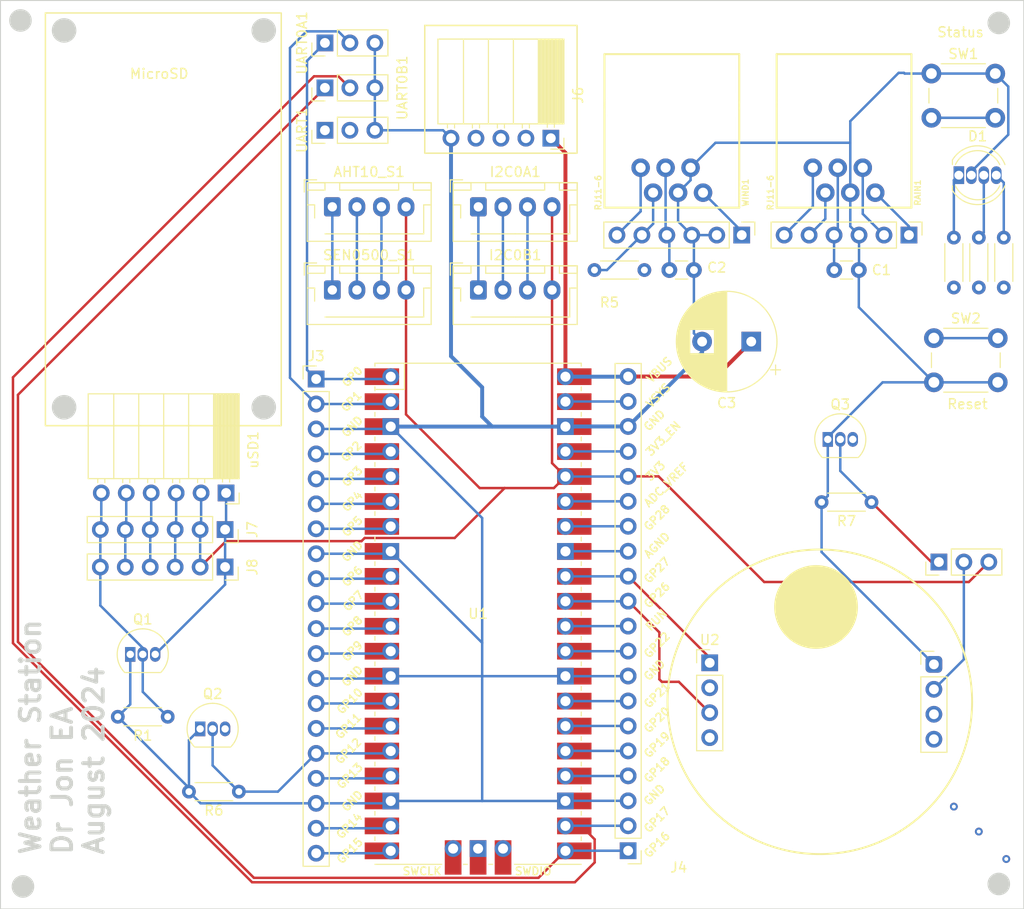
<source format=kicad_pcb>
(kicad_pcb (version 20240108) (generator "pcbnew") (generator_version "8.0")
  (layers (0 "F.Cu" signal) (1 "In1.Cu" signal) (2 "In2.Cu" signal) (31 "B.Cu" signal) (34 "B.Paste" user) (35 "F.Paste" user) (36 "B.SilkS" user "B.Silkscreen") (37 "F.SilkS" user "F.Silkscreen") (38 "B.Mask" user) (39 "F.Mask" user) (44 "Edge.Cuts" user))
  (net 0 "")
  (net 1 "Net-(J1-Pin_2)")
  (net 2 "Net-(J1-Pin_6)")
  (net 3 "Net-(J1-Pin_1)")
  (net 4 "/RAIN")
  (net 5 "Net-(J1-Pin_5)")
  (net 6 "Net-(J2-Pin_1)")
  (net 7 "/WIND_ANE")
  (net 8 "Net-(D1-RA)")
  (net 9 "Net-(D1-BA)")
  (net 10 "Net-(J2-Pin_6)")
  (net 11 "GND")
  (net 12 "Net-(D1-GA)")
  (net 13 "/WIND_VAD")
  (net 14 "+5V")
  (net 15 "/SD_MOSI")
  (net 16 "/SD_MISO")
  (net 17 "Net-(I2C0A1-GND)")
  (net 18 "Net-(J3-Pin_14)")
  (net 19 "/UART0A_TX")
  (net 20 "/SD_CS")
  (net 21 "/UART0A_RX")
  (net 22 "/SD_SCK")
  (net 23 "Net-(J3-Pin_9)")
  (net 25 "/WIND_VAP")
  (net 26 "/UART1_RX")
  (net 27 "Net-(J3-Pin_10)")
  (net 28 "Net-(J3-Pin_15)")
  (net 30 "/UART1_TX")
  (net 31 "/SCL0")
  (net 32 "/SCL1")
  (net 33 "/RTC_INT")
  (net 34 "/UART0B_RX")
  (net 35 "Net-(J4-Pin_19)")
  (net 36 "Net-(J4-Pin_15)")
  (net 37 "/UART0B_TX")
  (net 38 "/RTC_BAT")
  (net 39 "/I2C0_CTR")
  (net 41 "Net-(J4-Pin_17)")
  (net 42 "/RST")
  (net 43 "/SDA1")
  (net 44 "/SDA0")
  (net 45 "Net-(J4-Pin_13)")
  (net 46 "/SD_GND")
  (net 47 "/SNR_GND")
  (net 48 "/SNR_CTR")
  (net 51 "+3V3")
  (net 52 "Net-(J5-Pin_2)")
  (footprint "Capacitor_THT:C_Disc_D3.0mm_W1.6mm_P2.50mm" (layer "F.Cu") (at 185.44 67.818)
    (property "Reference" "C1")
    (property "Value" "0.1uF")
  )
  (footprint "JonLib:ChronoDotV2" (layer "F.Cu") (at 183.9688 111.762)
    (property "Reference" "U2")
    (property "Value" "ChronoDot2.0")
  )
  (footprint "Connector_PinHeader_2.54mm:PinHeader_1x06_P2.54mm_Vertical" (layer "F.Cu") (at 193.04 64.262 -90)
    (property "Reference" "J1" (hide yes))
    (property "Value" "Conn_01x06_Male" (hide yes))
  )
  (footprint "Resistor_THT:R_Axial_DIN0204_L3.6mm_D1.6mm_P5.08mm_Horizontal" (layer "F.Cu") (at 202.692 64.516 -90)
    (property "Reference" "R4" (hide yes))
    (property "Value" "100R" (hide yes))
  )
  (footprint "Resistor_THT:R_Axial_DIN0204_L3.6mm_D1.6mm_P5.08mm_Horizontal" (layer "F.Cu") (at 200.152 64.516 -90)
    (property "Reference" "R3" (hide yes))
    (property "Value" "100R" (hide yes))
  )
  (footprint "Button_Switch_THT:SW_PUSH_6mm" (layer "F.Cu") (at 195.58 74.748)
    (property "Reference" "SW2")
    (property "Value" "SW_SPST")
  )
  (footprint "Package_TO_SOT_THT:TO-92_Inline" (layer "F.Cu") (at 184.782 85.052)
    (property "Reference" "Q3")
    (property "Value" "2N7000")
  )
  (footprint "Connector_PinHeader_2.54mm:PinHeader_1x03_P2.54mm_Vertical" (layer "F.Cu") (at 133.604 49.276 90)
    (property "Reference" "UART0B1")
    (property "Value" "Conn_01x03_Pin" (hide yes))
  )
  (footprint "Package_TO_SOT_THT:TO-92_Inline" (layer "F.Cu") (at 113.792 106.934)
    (property "Reference" "Q1")
    (property "Value" "2N7000")
  )
  (footprint "Connector_PinHeader_2.54mm:PinHeader_1x20_P2.54mm_Vertical" (layer "F.Cu") (at 164.462 126.918 180)
    (property "Reference" "J4")
    (property "Value" "Conn_01x20_Pin" (hide yes))
  )
  (footprint "Connector_JST:JST_XH_B4B-XH-AM_1x04_P2.50mm_Vertical" (layer "F.Cu") (at 149.218 69.85)
    (property "Reference" "I2C0B1")
    (property "Value" "Conn_01x04_Socket" (hide yes))
  )
  (footprint "Connector_PinHeader_2.54mm:PinHeader_1x03_P2.54mm_Vertical" (layer "F.Cu") (at 133.604 53.594 90)
    (property "Reference" "UART1")
    (property "Value" "Conn_01x03_Pin" (hide yes))
  )
  (footprint "SparkFunConnectors:RJ11-6" (layer "F.Cu") (at 186.436 51.054 180)
    (property "Reference" "RAIN1")
    (property "Value" "RJ11-6")
  )
  (footprint "Connector_PinHeader_2.54mm:PinHeader_1x03_P2.54mm_Vertical" (layer "F.Cu") (at 196.088 97.536 90)
    (property "Reference" "J5" (hide yes))
    (property "Value" "Conn_01x03_Pin" (hide yes))
  )
  (footprint "Button_Switch_THT:SW_PUSH_6mm" (layer "F.Cu") (at 195.326 47.824)
    (property "Reference" "SW1")
    (property "Value" "SW_SPST" (hide yes))
  )
  (footprint "Package_TO_SOT_THT:TO-92_Inline" (layer "F.Cu") (at 120.904 114.516)
    (property "Reference" "Q2")
    (property "Value" "2N7000")
  )
  (footprint "MCU_RaspberryPi_and_Boards:RPi_Pico_SMD_TH" (layer "F.Cu") (at 149.191 102.803)
    (property "Reference" "U1")
    (property "Value" "Pico")
  )
  (footprint "Connector_PinSocket_2.54mm:PinSocket_1x06_P2.54mm_Vertical" (layer "F.Cu") (at 123.444 98.044 -90)
    (property "Reference" "J8")
    (property "Value" "Conn_01x06_Pin" (hide yes))
  )
  (footprint "Resistor_THT:R_Axial_DIN0204_L3.6mm_D1.6mm_P5.08mm_Horizontal" (layer "F.Cu") (at 161.036 67.818)
    (property "Reference" "R5")
    (property "Value" "4.65K")
  )
  (footprint "Connector_PinHeader_2.54mm:PinHeader_1x03_P2.54mm_Vertical" (layer "F.Cu") (at 133.604 44.704 90)
    (property "Reference" "UART0A1")
    (property "Value" "Conn_01x03_Pin" (hide yes))
  )
  (footprint "Connector_PinHeader_2.54mm:PinHeader_1x20_P2.54mm_Vertical" (layer "F.Cu") (at 132.712 78.912)
    (property "Reference" "J3")
    (property "Value" "Conn_01x20_Pin")
  )
  (footprint "Resistor_THT:R_Axial_DIN0204_L3.6mm_D1.6mm_P5.08mm_Horizontal" (layer "F.Cu") (at 124.844 120.904 180)
    (property "Reference" "R6")
    (property "Value" "100K")
  )
  (footprint "Connector_PinSocket_2.54mm:PinSocket_1x06_P2.54mm_Vertical" (layer "F.Cu") (at 123.444 94.234 -90)
    (property "Reference" "J7")
    (property "Value" "Conn_01x06_Pin" (hide yes))
  )
  (footprint "Capacitor_THT:C_Disc_D3.0mm_W1.6mm_P2.50mm" (layer "F.Cu") (at 168.656 67.818)
    (property "Reference" "C2")
    (property "Value" "0.1uF")
  )
  (footprint "LED_THT:LED_D5.0mm-4_RGB" (layer "F.Cu") (at 198.12 58.166)
    (property "Reference" "D1")
    (property "Value" "LED_RKGB")
  )
  (footprint "Connector_JST:JST_XH_B4B-XH-AM_1x04_P2.50mm_Vertical" (layer "F.Cu") (at 134.356 61.386)
    (property "Reference" "AHT10_S1")
    (property "Value" "Conn_01x04_Socket" (hide yes))
  )
  (footprint "Connector_PinSocket_2.54mm:PinSocket_1x05_P2.54mm_Horizontal" (layer "F.Cu") (at 156.594 54.402 -90)
    (property "Reference" "J6")
    (property "Value" "Conn_01x05_Socket" (hide yes))
  )
  (footprint "SparkFunConnectors:RJ11-6" (layer "F.Cu") (at 168.91 51.054 180)
    (property "Reference" "WIND1")
    (property "Value" "RJ11-6")
  )
  (footprint "Resistor_THT:R_Axial_DIN0204_L3.6mm_D1.6mm_P5.08mm_Horizontal" (layer "F.Cu") (at 117.602 113.284 180)
    (property "Reference" "R1")
    (property "Value" "100K")
  )
  (footprint "Resistor_THT:R_Axial_DIN0204_L3.6mm_D1.6mm_P5.08mm_Horizontal" (layer "F.Cu") (at 189.23 91.44 180)
    (property "Reference" "R7")
    (property "Value" "100K")
  )
  (footprint "Connector_JST:JST_XH_B4B-XH-AM_1x04_P2.50mm_Vertical" (layer "F.Cu") (at 134.356 69.85)
    (property "Reference" "SEN0500_S1")
    (property "Value" "Conn_01x04_Socket" (hide yes))
  )
  (footprint "Connector_JST:JST_XH_B4B-XH-AM_1x04_P2.50mm_Vertical" (layer "F.Cu") (at 149.218 61.386)
    (property "Reference" "I2C0A1")
    (property "Value" "Conn_01x04_Socket" (hide yes))
  )
  (footprint "Connector_PinHeader_2.54mm:PinHeader_1x06_P2.54mm_Vertical" (layer "F.Cu") (at 176.022 64.262 -90)
    (property "Reference" "J2" (hide yes))
    (property "Value" "Conn_01x06_Male" (hide yes))
  )
  (footprint "Capacitor_THT:CP_Radial_D10.0mm_P5.00mm" (layer "F.Cu") (at 176.989677 75.102 180)
    (property "Reference" "C3")
    (property "Value" "C_Polarized")
  )
  (footprint "Connector_PinSocket_2.54mm:PinSocket_1x06_P2.54mm_Horizontal" (layer "F.Cu") (at 123.543 90.506 -90)
    (property "Reference" "uSD1")
    (property "Value" "Conn_01x06_Socket" (hide yes))
  )
  (footprint "Resistor_THT:R_Axial_DIN0204_L3.6mm_D1.6mm_P5.08mm_Horizontal" (layer "F.Cu") (at 197.612 64.516 -90)
    (property "Reference" "R2" (hide yes))
    (property "Value" "100R" (hide yes))
  )
  (gr_rect (start 105.156 41.656) (end 129.156 83.656) (stroke (width 0.15)) (fill none) (layer "F.SilkS"))
  (gr_rect (start 143.764 42.926) (end 159.264 55.926) (stroke (width 0.15)) (fill none) (layer "F.SilkS"))
  (gr_circle (center 102.616 42.418) (end 103.716 42.418) (stroke (width 0.1)) (fill solid) (layer "Edge.Cuts"))
  (gr_circle (center 202.184 42.672) (end 203.284 42.672) (stroke (width 0.1)) (fill solid) (layer "Edge.Cuts"))
  (gr_rect (start 100.584 40.386) (end 204.724 132.842) (stroke (width 0.1)) (fill none) (layer "Edge.Cuts"))
  (gr_circle (center 202.184 130.302) (end 203.284 130.302) (stroke (width 0.1)) (fill solid) (layer "Edge.Cuts"))
  (gr_circle (center 127.378 81.788) (end 127.378 82.988) (stroke (width 0.1)) (fill solid) (layer "Edge.Cuts"))
  (gr_circle (center 107.058 43.434) (end 107.058 44.634) (stroke (width 0.1)) (fill solid) (layer "Edge.Cuts"))
  (gr_circle (center 127.378 43.434) (end 127.378 44.634) (stroke (width 0.1)) (fill solid) (layer "Edge.Cuts"))
  (gr_circle (center 102.87 130.556) (end 103.97 130.556) (stroke (width 0.1)) (fill solid) (layer "Edge.Cuts"))
  (gr_circle (center 107.058 81.788) (end 107.058 82.988) (stroke (width 0.1)) (fill solid) (layer "Edge.Cuts"))
  (gr_text "MicroSD" (at 113.662 48.432 0) (layer "F.SilkS") (effects (font (size 1 1)) (justify left bottom)))
  (gr_text "Reset" (at 196.85 82.042 0) (layer "F.SilkS") (effects (font (size 1 1)) (justify left bottom)))
  (gr_text "Status" (at 195.834 44.196 0) (layer "F.SilkS") (effects (font (size 1 1)) (justify left bottom)))
  (gr_text "Weather Station\nDr Jon EA\nAugust 2024" (at 111.252 127.508 90) (layer "Edge.Cuts") (effects (font (size 2 2) (thickness 0.4) (bold yes)) (justify left bottom)))
  (segment (start 188.341 62.103) (end 190.5 64.262) (width 0.25) (layer "B.Cu") (net 1))
  (segment (start 188.341 57.404) (end 188.341 62.103) (width 0.25) (layer "B.Cu") (net 1))
  (segment (start 183.261 61.341) (end 180.34 64.262) (width 0.25) (layer "B.Cu") (net 2))
  (segment (start 183.261 57.404) (end 183.261 61.341) (width 0.25) (layer "B.Cu") (net 2))
  (segment (start 189.611 59.944) (end 193.04 63.373) (width 0.25) (layer "B.Cu") (net 3))
  (segment (start 193.04 63.373) (end 193.04 64.262) (width 0.25) (layer "B.Cu") (net 3))
  (segment (start 185.42 67.798) (end 185.44 67.818) (width 0.25) (layer "B.Cu") (net 4))
  (segment (start 140.062 127.172) (end 140.301 126.933) (width 0.25) (layer "B.Cu") (net 4))
  (segment (start 185.42 64.262) (end 185.42 67.798) (width 0.25) (layer "B.Cu") (net 4))
  (segment (start 185.801 63.881) (end 185.42 64.262) (width 0.25) (layer "B.Cu") (net 4))
  (segment (start 132.712 127.172) (end 140.062 127.172) (width 0.25) (layer "B.Cu") (net 4))
  (segment (start 185.801 57.404) (end 185.801 63.881) (width 0.25) (layer "B.Cu") (net 4))
  (segment (start 184.531 62.611) (end 182.88 64.262) (width 0.25) (layer "B.Cu") (net 5))
  (segment (start 184.531 59.944) (end 184.531 62.611) (width 0.25) (layer "B.Cu") (net 5))
  (segment (start 176.022 63.881) (end 176.022 64.262) (width 0.25) (layer "B.Cu") (net 6))
  (segment (start 172.085 59.944) (end 176.022 63.881) (width 0.25) (layer "B.Cu") (net 6))
  (segment (start 140.062 119.552) (end 140.301 119.313) (width 0.25) (layer "B.Cu") (net 7))
  (segment (start 132.712 119.552) (end 140.062 119.552) (width 0.25) (layer "B.Cu") (net 7))
  (segment (start 168.656 67.818) (end 168.656 64.516) (width 0.25) (layer "B.Cu") (net 7))
  (segment (start 168.275 57.404) (end 168.275 64.135) (width 0.25) (layer "B.Cu") (net 7))
  (segment (start 168.275 64.135) (end 168.402 64.262) (width 0.25) (layer "B.Cu") (net 7))
  (segment (start 168.656 64.516) (end 168.402 64.262) (width 0.25) (layer "B.Cu") (net 7))
  (segment (start 197.612 58.674) (end 198.12 58.166) (width 0.25) (layer "B.Cu") (net 8))
  (segment (start 197.612 64.516) (end 197.612 58.674) (width 0.25) (layer "B.Cu") (net 8))
  (segment (start 202.692 64.516) (end 202.692 58.928) (width 0.25) (layer "B.Cu") (net 9))
  (segment (start 202.692 58.928) (end 201.93 58.166) (width 0.25) (layer "B.Cu") (net 9))
  (segment (start 165.735 61.849) (end 163.322 64.262) (width 0.25) (layer "B.Cu") (net 10))
  (segment (start 165.735 57.404) (end 165.735 61.849) (width 0.25) (layer "B.Cu") (net 10))
  (segment (start 132.712 96.692) (end 140.062 96.692) (width 0.25) (layer "B.Cu") (net 11))
  (segment (start 132.712 83.992) (end 140.062 83.992) (width 0.25) (layer "B.Cu") (net 11))
  (segment (start 140.062 83.992) (end 140.301 83.753) (width 0.25) (layer "B.Cu") (net 11))
  (segment (start 171.156 67.818) (end 171.156 64.476) (width 0.25) (layer "B.Cu") (net 11))
  (segment (start 192.604 47.824) (end 195.326 47.824) (width 0.25) (layer "B.Cu") (net 11))
  (segment (start 203.151 54.04) (end 203.151 49.149) (width 0.25) (layer "B.Cu") (net 11))
  (segment (start 169.545 62.865) (end 170.942 64.262) (width 0.25) (layer "B.Cu") (net 11))
  (segment (start 119.764 120.904) (end 120.952 122.092) (width 0.25) (layer "B.Cu") (net 11))
  (segment (start 187.96 64.262) (end 187.96 67.798) (width 0.25) (layer "B.Cu") (net 11))
  (segment (start 140.301 83.753) (end 150.622 83.753) (width 0.4) (layer "B.Cu") (net 11))
  (segment (start 187.071 59.944) (end 187.071 63.373) (width 0.25) (layer "B.Cu") (net 11))
  (segment (start 164.462 83.738) (end 171.989677 76.210323) (width 0.4) (layer "B.Cu") (net 11))
  (segment (start 119.764 115.656) (end 120.904 114.516) (width 0.25) (layer "B.Cu") (net 11))
  (segment (start 158.081 109.153) (end 164.447 109.153) (width 0.25) (layer "B.Cu") (net 11))
  (segment (start 195.58 79.248) (end 202.08 79.248) (width 0.25) (layer "B.Cu") (net 11))
  (segment (start 150.622 83.753) (end 158.989 83.753) (width 0.4) (layer "B.Cu") (net 11))
  (segment (start 170.942 64.262) (end 173.482 64.262) (width 0.25) (layer "B.Cu") (net 11))
  (segment (start 171.989677 76.210323) (end 171.989677 75.102) (width 0.4) (layer "B.Cu") (net 11))
  (segment (start 170.815 57.404) (end 173.355 54.864) (width 0.25) (layer "B.Cu") (net 11))
  (segment (start 140.301 96.453) (end 149.606 105.758) (width 0.25) (layer "B.Cu") (net 11))
  (segment (start 184.782 84.827) (end 184.782 85.052) (width 0.25) (layer "B.Cu") (net 11))
  (segment (start 146.434 76.584) (end 149.606 79.756) (width 0.4) (layer "B.Cu") (net 11))
  (segment (start 158.096 121.838) (end 164.462 121.838) (width 0.25) (layer "B.Cu") (net 11))
  (segment (start 140.062 96.692) (end 140.301 96.453) (width 0.25) (layer "B.Cu") (net 11))
  (segment (start 169.545 59.944) (end 170.815 58.674) (width 0.25) (layer "B.Cu") (net 11))
  (segment (start 192.532 47.752) (end 192.604 47.824) (width 0.25) (layer "B.Cu") (net 11))
  (segment (start 113.792 106.934) (end 113.792 112.014) (width 0.25) (layer "B.Cu") (net 11))
  (segment (start 187.071 52.669724) (end 191.988724 47.752) (width 0.25) (layer "B.Cu") (net 11))
  (segment (start 138.684 53.594) (end 145.626 53.594) (width 0.25) (layer "B.Cu") (net 11))
  (segment (start 138.684 44.704) (end 138.684 53.594) (width 0.25) (layer "B.Cu") (net 11))
  (segment (start 187.071 54.864) (end 187.071 52.669724) (width 0.25) (layer "B.Cu") (net 11))
  (segment (start 149.606 105.758) (end 149.606 121.853) (width 0.25) (layer "B.Cu") (net 11))
  (segment (start 184.782 85.052) (end 184.782 90.808) (width 0.25) (layer "B.Cu") (net 11))
  (segment (start 170.815 58.674) (end 170.815 57.404) (width 0.25) (layer "B.Cu") (net 11))
  (segment (start 159.004 83.738) (end 164.462 83.738) (width 0.4) (layer "B.Cu") (net 11))
  (segment (start 140.062 122.092) (end 140.301 121.853) (width 0.25) (layer "B.Cu") (net 11))
  (segment (start 149.606 79.756) (end 149.606 82.737) (width 0.4) (layer "B.Cu") (net 11))
  (segment (start 199.39 57.801) (end 203.151 54.04) (width 0.25) (layer "B.Cu") (net 11))
  (segment (start 140.301 109.153) (end 158.081 109.153) (width 0.25) (layer "B.Cu") (net 11))
  (segment (start 195.326 47.824) (end 201.826 47.824) (width 0.25) (layer "B.Cu") (net 11))
  (segment (start 145.626 53.594) (end 146.434 54.402) (width 0.25) (layer "B.Cu") (net 11))
  (segment (start 187.071 59.944) (end 187.071 54.864) (width 0.25) (layer "B.Cu") (net 11))
  (segment (start 184.15 96.52) (end 195.58 107.95) (width 0.25) (layer "B.Cu") (net 11))
  (segment (start 191.988724 47.752) (end 192.532 47.752) (width 0.25) (layer "B.Cu") (net 11))
  (segment (start 187.96 67.798) (end 187.94 67.818) (width 0.25) (layer "B.Cu") (net 11))
  (segment (start 187.071 63.373) (end 187.96 64.262) (width 0.25) (layer "B.Cu") (net 11))
  (segment (start 149.606 121.853) (end 140.301 121.853) (width 0.25) (layer "B.Cu") (net 11))
  (segment (start 113.792 112.014) (end 112.522 113.284) (width 0.25) (layer "B.Cu") (net 11))
  (segment (start 199.39 58.166) (end 199.39 57.801) (width 0.25) (layer "B.Cu") (net 11))
  (segment (start 140.301 83.753) (end 149.606 93.058) (width 0.25) (layer "B.Cu") (net 11))
  (segment (start 171.156 74.268323) (end 171.989677 75.102) (width 0.25) (layer "B.Cu") (net 11))
  (segment (start 120.952 122.092) (end 132.712 122.092) (width 0.25) (layer "B.Cu") (net 11))
  (segment (start 195.58 79.248) (end 187.94 71.608) (width 0.25) (layer "B.Cu") (net 11))
  (segment (start 173.355 54.864) (end 187.071 54.864) (width 0.25) (layer "B.Cu") (net 11))
  (segment (start 187.94 71.608) (end 187.94 67.818) (width 0.25) (layer "B.Cu") (net 11))
  (segment (start 171.156 67.818) (end 171.156 74.268323) (width 0.25) (layer "B.Cu") (net 11))
  (segment (start 203.151 49.149) (end 201.826 47.824) (width 0.25) (layer "B.Cu") (net 11))
  (segment (start 171.156 64.476) (end 170.942 64.262) (width 0.25) (layer "B.Cu") (net 11))
  (segment (start 158.989 83.753) (end 159.004 83.738) (width 0.25) (layer "B.Cu") (net 11))
  (segment (start 149.606 82.737) (end 150.622 83.753) (width 0.4) (layer "B.Cu") (net 11))
  (segment (start 190.361 79.248) (end 184.782 84.827) (width 0.25) (layer "B.Cu") (net 11))
  (segment (start 158.081 121.853) (end 149.606 121.853) (width 0.25) (layer "B.Cu") (net 11))
  (segment (start 119.764 120.526) (end 119.764 120.904) (width 0.25) (layer "B.Cu") (net 11))
  (segment (start 119.764 120.904) (end 119.764 115.656) (width 0.25) (layer "B.Cu") (net 11))
  (segment (start 132.712 109.392) (end 140.062 109.392) (width 0.25) (layer "B.Cu") (net 11))
  (segment (start 184.15 91.44) (end 184.15 96.52) (width 0.25) (layer "B.Cu") (net 11))
  (segment (start 158.081 121.853) (end 158.096 121.838) (width 0.25) (layer "B.Cu") (net 11))
  (segment (start 146.434 54.402) (end 146.434 76.584) (width 0.4) (layer "B.Cu") (net 11))
  (segment (start 140.062 109.392) (end 140.301 109.153) (width 0.25) (layer "B.Cu") (net 11))
  (segment (start 195.58 79.248) (end 190.361 79.248) (width 0.25) (layer "B.Cu") (net 11))
  (segment (start 149.606 93.058) (end 149.606 105.758) (width 0.25) (layer "B.Cu") (net 11))
  (segment (start 169.545 59.944) (end 169.545 62.865) (width 0.25) (layer "B.Cu") (net 11))
  (segment (start 164.447 109.153) (end 164.462 109.138) (width 0.25) (layer "B.Cu") (net 11))
  (segment (start 184.782 90.808) (end 184.15 91.44) (width 0.25) (layer "B.Cu") (net 11))
  (segment (start 112.522 113.284) (end 119.764 120.526) (width 0.25) (layer "B.Cu") (net 11))
  (segment (start 132.712 122.092) (end 140.062 122.092) (width 0.25) (layer "B.Cu") (net 11))
  (segment (start 200.66 64.008) (end 200.66 58.166) (width 0.25) (layer "B.Cu") (net 12))
  (segment (start 200.152 64.516) (end 200.66 64.008) (width 0.25) (layer "B.Cu") (net 12))
  (segment (start 162.306 67.818) (end 161.036 67.818) (width 0.25) (layer "B.Cu") (net 13))
  (segment (start 158.081 93.913) (end 158.096 93.898) (width 0.25) (layer "B.Cu") (net 13))
  (segment (start 158.096 93.898) (end 164.462 93.898) (width 0.25) (layer "B.Cu") (net 13))
  (segment (start 167.005 59.944) (end 167.005 63.119) (width 0.25) (layer "B.Cu") (net 13))
  (segment (start 167.005 63.119) (end 165.862 64.262) (width 0.25) (layer "B.Cu") (net 13))
  (segment (start 165.862 64.262) (end 162.306 67.818) (width 0.25) (layer "B.Cu") (net 13))
  (segment (start 156.594 54.402) (end 158.081 55.889) (width 0.4) (layer "F.Cu") (net 14))
  (segment (start 173.433677 78.658) (end 176.989677 75.102) (width 0.4) (layer "F.Cu") (net 14))
  (segment (start 158.081 55.889) (end 158.081 78.673) (width 0.4) (layer "F.Cu") (net 14))
  (segment (start 164.462 78.658) (end 173.433677 78.658) (width 0.4) (layer "F.Cu") (net 14))
  (segment (start 164.447 78.673) (end 164.462 78.658) (width 0.25) (layer "B.Cu") (net 14))
  (segment (start 158.081 78.673) (end 164.447 78.673) (width 0.4) (layer "B.Cu") (net 14))
  (segment (start 132.712 89.072) (end 140.062 89.072) (width 0.25) (layer "B.Cu") (net 15))
  (segment (start 115.824 98.044) (end 115.824 94.234) (width 0.25) (layer "B.Cu") (net 15))
  (segment (start 115.923 90.506) (end 115.923 94.135) (width 0.25) (layer "B.Cu") (net 15))
  (segment (start 140.062 89.072) (end 140.301 88.833) (width 0.25) (layer "B.Cu") (net 15))
  (segment (start 115.923 94.135) (end 115.824 94.234) (width 0.25) (layer "B.Cu") (net 15))
  (segment (start 118.463 94.135) (end 118.364 94.234) (width 0.25) (layer "B.Cu") (net 16))
  (segment (start 132.712 91.612) (end 140.062 91.612) (width 0.25) (layer "B.Cu") (net 16))
  (segment (start 140.062 91.612) (end 140.301 91.373) (width 0.25) (layer "B.Cu") (net 16))
  (segment (start 118.463 90.506) (end 118.463 94.135) (width 0.25) (layer "B.Cu") (net 16))
  (segment (start 118.364 98.044) (end 118.364 94.234) (width 0.25) (layer "B.Cu") (net 16))
  (segment (start 154.218 61.386) (end 154.218 69.85) (width 0.25) (layer "B.Cu") (net 17))
  (via (at 200.152 124.968) (size 0.8) (drill 0.4) (layers "F.Cu" "B.Cu") (net 18))
  (segment (start 132.712 111.932) (end 140.062 111.932) (width 0.25) (layer "B.Cu") (net 18))
  (segment (start 140.062 111.932) (end 140.301 111.693) (width 0.25) (layer "B.Cu") (net 18))
  (segment (start 131.781 77.981) (end 131.781 46.527) (width 0.25) (layer "B.Cu") (net 19))
  (segment (start 132.712 78.912) (end 140.062 78.912) (width 0.25) (layer "B.Cu") (net 19))
  (segment (start 132.712 78.912) (end 131.781 77.981) (width 0.25) (layer "B.Cu") (net 19))
  (segment (start 131.781 46.527) (end 133.604 44.704) (width 0.25) (layer "B.Cu") (net 19))
  (segment (start 140.062 78.912) (end 140.301 78.673) (width 0.25) (layer "B.Cu") (net 19))
  (segment (start 110.843 94.135) (end 110.744 94.234) (width 0.25) (layer "B.Cu") (net 20))
  (segment (start 115.062 106.934) (end 115.062 106.279) (width 0.25) (layer "B.Cu") (net 20))
  (segment (start 140.062 94.152) (end 140.301 93.913) (width 0.25) (layer "B.Cu") (net 20))
  (segment (start 115.062 106.279) (end 110.744 101.961) (width 0.25) (layer "B.Cu") (net 20))
  (segment (start 110.843 90.506) (end 110.843 94.135) (width 0.25) (layer "B.Cu") (net 20))
  (segment (start 132.712 94.152) (end 140.062 94.152) (width 0.25) (layer "B.Cu") (net 20))
  (segment (start 115.062 106.934) (end 115.062 110.744) (width 0.25) (layer "B.Cu") (net 20))
  (segment (start 110.744 101.961) (end 110.744 98.044) (width 0.25) (layer "B.Cu") (net 20))
  (segment (start 115.062 110.744) (end 117.602 113.284) (width 0.25) (layer "B.Cu") (net 20))
  (segment (start 110.744 98.044) (end 110.744 94.234) (width 0.25) (layer "B.Cu") (net 20))
  (segment (start 131.731 43.529) (end 134.969 43.529) (width 0.25) (layer "B.Cu") (net 21))
  (segment (start 134.969 43.529) (end 136.144 44.704) (width 0.25) (layer "B.Cu") (net 21))
  (segment (start 132.712 81.452) (end 130.048 78.788) (width 0.25) (layer "B.Cu") (net 21))
  (segment (start 130.048 78.788) (end 130.048 45.212) (width 0.25) (layer "B.Cu") (net 21))
  (segment (start 130.048 45.212) (end 131.731 43.529) (width 0.25) (layer "B.Cu") (net 21))
  (segment (start 140.062 81.452) (end 140.301 81.213) (width 0.25) (layer "B.Cu") (net 21))
  (segment (start 132.712 81.452) (end 140.062 81.452) (width 0.25) (layer "B.Cu") (net 21))
  (segment (start 132.712 86.532) (end 140.062 86.532) (width 0.25) (layer "B.Cu") (net 22))
  (segment (start 140.062 86.532) (end 140.301 86.293) (width 0.25) (layer "B.Cu") (net 22))
  (segment (start 113.284 98.044) (end 113.284 94.234) (width 0.25) (layer "B.Cu") (net 22))
  (segment (start 113.383 94.135) (end 113.284 94.234) (width 0.25) (layer "B.Cu") (net 22))
  (segment (start 113.383 90.506) (end 113.383 94.135) (width 0.25) (layer "B.Cu") (net 22))
  (segment (start 140.062 99.232) (end 140.301 98.993) (width 0.25) (layer "B.Cu") (net 23))
  (segment (start 132.712 99.232) (end 140.062 99.232) (width 0.25) (layer "B.Cu") (net 23))
  (segment (start 195.326 52.324) (end 201.826 52.324) (width 0.25) (layer "B.Cu") (net 23))
  (segment (start 132.712 124.632) (end 140.062 124.632) (width 0.25) (layer "B.Cu") (net 25))
  (segment (start 140.062 124.632) (end 140.301 124.393) (width 0.25) (layer "B.Cu") (net 25))
  (segment (start 140.062 106.852) (end 140.301 106.613) (width 0.25) (layer "B.Cu") (net 26))
  (segment (start 132.712 106.852) (end 140.062 106.852) (width 0.25) (layer "B.Cu") (net 26))
  (via (at 197.612 122.428) (size 0.8) (drill 0.4) (layers "F.Cu" "B.Cu") (net 27))
  (segment (start 132.712 101.772) (end 140.062 101.772) (width 0.25) (layer "B.Cu") (net 27))
  (segment (start 140.062 101.772) (end 140.301 101.533) (width 0.25) (layer "B.Cu") (net 27))
  (via (at 202.946 127.762) (size 0.8) (drill 0.4) (layers "F.Cu" "B.Cu") (net 28))
  (segment (start 140.062 114.472) (end 140.301 114.233) (width 0.25) (layer "B.Cu") (net 28))
  (segment (start 132.712 114.472) (end 140.062 114.472) (width 0.25) (layer "B.Cu") (net 28))
  (segment (start 132.712 104.312) (end 140.062 104.312) (width 0.25) (layer "B.Cu") (net 30))
  (segment (start 140.062 104.312) (end 140.301 104.073) (width 0.25) (layer "B.Cu") (net 30))
  (segment (start 158.081 111.693) (end 164.447 111.693) (width 0.25) (layer "B.Cu") (net 31))
  (segment (start 151.718 61.386) (end 151.718 69.85) (width 0.25) (layer "B.Cu") (net 31))
  (segment (start 164.447 111.693) (end 164.462 111.678) (width 0.25) (layer "B.Cu") (net 31))
  (segment (start 136.856 61.386) (end 136.856 69.85) (width 0.25) (layer "B.Cu") (net 32))
  (segment (start 158.081 116.773) (end 158.096 116.758) (width 0.25) (layer "B.Cu") (net 32))
  (segment (start 158.096 116.758) (end 164.462 116.758) (width 0.25) (layer "B.Cu") (net 32))
  (segment (start 169.6216 109.728) (end 172.764 112.8704) (width 0.25) (layer "F.Cu") (net 33))
  (segment (start 167.894 109.728) (end 169.6216 109.728) (width 0.25) (layer "F.Cu") (net 33))
  (segment (start 167.64 109.474) (end 167.894 109.728) (width 0.25) (layer "F.Cu") (net 33))
  (segment (start 167.64 104.696) (end 167.64 109.474) (width 0.25) (layer "F.Cu") (net 33))
  (segment (start 164.462 101.518) (end 167.64 104.696) (width 0.25) (layer "F.Cu") (net 33))
  (segment (start 164.447 101.533) (end 164.462 101.518) (width 0.25) (layer "B.Cu") (net 33))
  (segment (start 158.081 101.533) (end 164.447 101.533) (width 0.25) (layer "B.Cu") (net 33))
  (segment (start 126.189604 130.128) (end 101.854 105.792396) (width 0.25) (layer "F.Cu") (net 34))
  (segment (start 159.691 124.393) (end 161.056 125.758) (width 0.25) (layer "F.Cu") (net 34))
  (segment (start 161.056 125.758) (end 161.056 128.108) (width 0.25) (layer "F.Cu") (net 34))
  (segment (start 101.854 78.74) (end 132.493 48.101) (width 0.25) (layer "F.Cu") (net 34))
  (segment (start 159.036 130.128) (end 126.189604 130.128) (width 0.25) (layer "F.Cu") (net 34))
  (segment (start 134.969 48.101) (end 136.144 49.276) (width 0.25) (layer "F.Cu") (net 34))
  (segment (start 158.081 124.393) (end 159.691 124.393) (width 0.25) (layer "F.Cu") (net 34))
  (segment (start 161.056 128.108) (end 159.036 130.128) (width 0.25) (layer "F.Cu") (net 34))
  (segment (start 132.493 48.101) (end 134.969 48.101) (width 0.25) (layer "F.Cu") (net 34))
  (segment (start 101.854 105.792396) (end 101.854 78.74) (width 0.25) (layer "F.Cu") (net 34))
  (segment (start 158.096 124.378) (end 164.462 124.378) (width 0.25) (layer "B.Cu") (net 34))
  (segment (start 158.081 124.393) (end 158.096 124.378) (width 0.25) (layer "B.Cu") (net 34))
  (segment (start 158.081 81.213) (end 158.096 81.198) (width 0.25) (layer "B.Cu") (net 35))
  (segment (start 158.096 81.198) (end 164.462 81.198) (width 0.25) (layer "B.Cu") (net 35))
  (segment (start 158.096 91.358) (end 164.462 91.358) (width 0.25) (layer "B.Cu") (net 36))
  (segment (start 158.081 91.373) (end 158.096 91.358) (width 0.25) (layer "B.Cu") (net 36))
  (segment (start 102.362 105.664) (end 126.376 129.678) (width 0.25) (layer "F.Cu") (net 37))
  (segment (start 133.604 49.276) (end 102.362 80.518) (width 0.25) (layer "F.Cu") (net 37))
  (segment (start 155.336 129.678) (end 158.081 126.933) (width 0.25) (layer "F.Cu") (net 37))
  (segment (start 102.362 80.518) (end 102.362 105.664) (width 0.25) (layer "F.Cu") (net 37))
  (segment (start 126.376 129.678) (end 155.336 129.678) (width 0.25) (layer "F.Cu") (net 37))
  (segment (start 158.081 126.933) (end 158.096 126.918) (width 0.25) (layer "B.Cu") (net 37))
  (segment (start 158.096 126.918) (end 164.462 126.918) (width 0.25) (layer "B.Cu") (net 37))
  (segment (start 172.764 107.28) (end 164.462 98.978) (width 0.25) (layer "F.Cu") (net 38))
  (segment (start 172.764 107.7904) (end 172.764 107.28) (width 0.25) (layer "F.Cu") (net 38))
  (segment (start 158.081 98.993) (end 164.447 98.993) (width 0.25) (layer "B.Cu") (net 38))
  (segment (start 164.447 98.993) (end 164.462 98.978) (width 0.25) (layer "B.Cu") (net 38))
  (segment (start 195.326 97.536) (end 189.23 91.44) (width 0.25) (layer "F.Cu") (net 39))
  (segment (start 196.088 97.536) (end 195.326 97.536) (width 0.25) (layer "F.Cu") (net 39))
  (segment (start 186.052 85.052) (end 186.052 88.262) (width 0.25) (layer "B.Cu") (net 39))
  (segment (start 158.081 106.613) (end 164.447 106.613) (width 0.25) (layer "B.Cu") (net 39))
  (segment (start 164.447 106.613) (end 164.462 106.598) (width 0.25) (layer "B.Cu") (net 39))
  (segment (start 186.052 88.262) (end 189.23 91.44) (width 0.25) (layer "B.Cu") (net 39))
  (segment (start 158.081 86.293) (end 158.096 86.278) (width 0.25) (layer "B.Cu") (net 41))
  (segment (start 158.096 86.278) (end 164.462 86.278) (width 0.25) (layer "B.Cu") (net 41))
  (segment (start 158.081 104.073) (end 158.096 104.058) (width 0.25) (layer "B.Cu") (net 42))
  (segment (start 195.58 74.748) (end 202.08 74.748) (width 0.25) (layer "B.Cu") (net 42))
  (segment (start 158.096 104.058) (end 164.462 104.058) (width 0.25) (layer "B.Cu") (net 42))
  (segment (start 164.447 119.313) (end 164.462 119.298) (width 0.25) (layer "B.Cu") (net 43))
  (segment (start 158.081 119.313) (end 164.447 119.313) (width 0.25) (layer "B.Cu") (net 43))
  (segment (start 134.356 61.386) (end 134.356 69.85) (width 0.25) (layer "B.Cu") (net 43))
  (segment (start 158.096 114.218) (end 164.462 114.218) (width 0.25) (layer "B.Cu") (net 44))
  (segment (start 149.218 61.386) (end 149.218 69.85) (width 0.25) (layer "B.Cu") (net 44))
  (segment (start 158.081 114.233) (end 158.096 114.218) (width 0.25) (layer "B.Cu") (net 44))
  (segment (start 158.081 96.453) (end 158.096 96.438) (width 0.25) (layer "B.Cu") (net 45))
  (segment (start 158.096 96.438) (end 164.462 96.438) (width 0.25) (layer "B.Cu") (net 45))
  (segment (start 123.444 99.822) (end 116.332 106.934) (width 0.25) (layer "B.Cu") (net 46))
  (segment (start 123.543 94.135) (end 123.444 94.234) (width 0.25) (layer "B.Cu") (net 46))
  (segment (start 123.444 98.044) (end 123.444 99.822) (width 0.25) (layer "B.Cu") (net 46))
  (segment (start 123.543 90.506) (end 123.543 94.135) (width 0.25) (layer "B.Cu") (net 46))
  (segment (start 123.444 98.044) (end 123.444 94.234) (width 0.25) (layer "B.Cu") (net 46))
  (segment (start 139.356 61.386) (end 139.356 69.85) (width 0.25) (layer "B.Cu") (net 47))
  (segment (start 128.82 120.904) (end 132.712 117.012) (width 0.25) (layer "B.Cu") (net 48))
  (segment (start 132.712 117.012) (end 140.062 117.012) (width 0.25) (layer "B.Cu") (net 48))
  (segment (start 124.844 120.904) (end 122.174 118.234) (width 0.25) (layer "B.Cu") (net 48))
  (segment (start 124.844 120.904) (end 128.82 120.904) (width 0.25) (layer "B.Cu") (net 48))
  (segment (start 122.174 118.234) (end 122.174 114.516) (width 0.25) (layer "B.Cu") (net 48))
  (segment (start 140.062 117.012) (end 140.301 116.773) (width 0.25) (layer "B.Cu") (net 48))
  (segment (start 137.326 95.409) (end 137.647 95.088) (width 0.25) (layer "F.Cu") (net 51))
  (segment (start 156.718 61.386) (end 156.718 69.85) (width 0.25) (layer "F.Cu") (net 51))
  (segment (start 146.812 95.088) (end 151.892 90.008) (width 0.25) (layer "F.Cu") (net 51))
  (segment (start 199.136 99.568) (end 201.168 97.536) (width 0.25) (layer "F.Cu") (net 51))
  (segment (start 167.558 88.818) (end 178.308 99.568) (width 0.25) (layer "F.Cu") (net 51))
  (segment (start 156.718 69.85) (end 156.718 87.47) (width 0.25) (layer "F.Cu") (net 51))
  (segment (start 164.462 88.818) (end 167.558 88.818) (width 0.25) (layer "F.Cu") (net 51))
  (segment (start 120.904 98.044) (end 123.539 95.409) (width 0.25) (layer "F.Cu") (net 51))
  (segment (start 156.718 87.47) (end 158.081 88.833) (width 0.25) (layer "F.Cu") (net 51))
  (segment (start 123.539 95.409) (end 137.326 95.409) (width 0.25) (layer "F.Cu") (net 51))
  (segment (start 149.352 90.008) (end 151.892 90.008) (width 0.25) (layer "F.Cu") (net 51))
  (segment (start 141.856 61.386) (end 141.856 69.85) (width 0.25) (layer "F.Cu") (net 51))
  (segment (start 178.308 99.568) (end 199.136 99.568) (width 0.25) (layer "F.Cu") (net 51))
  (segment (start 151.892 90.008) (end 156.906 90.008) (width 0.25) (layer "F.Cu") (net 51))
  (segment (start 141.856 69.85) (end 141.856 82.512) (width 0.25) (layer "F.Cu") (net 51))
  (segment (start 141.856 82.512) (end 149.352 90.008) (width 0.25) (layer "F.Cu") (net 51))
  (segment (start 156.906 90.008) (end 158.081 88.833) (width 0.25) (layer "F.Cu") (net 51))
  (segment (start 137.647 95.088) (end 146.812 95.088) (width 0.25) (layer "F.Cu") (net 51))
  (segment (start 121.003 90.506) (end 121.003 94.135) (width 0.25) (layer "B.Cu") (net 51))
  (segment (start 164.447 88.833) (end 164.462 88.818) (width 0.25) (layer "B.Cu") (net 51))
  (segment (start 121.003 94.135) (end 120.904 94.234) (width 0.25) (layer "B.Cu") (net 51))
  (segment (start 120.904 98.044) (end 120.904 94.234) (width 0.25) (layer "B.Cu") (net 51))
  (segment (start 158.081 88.833) (end 164.447 88.833) (width 0.25) (layer "B.Cu") (net 51))
  (segment (start 198.628 97.536) (end 198.628 107.442) (width 0.25) (layer "B.Cu") (net 52))
  (segment (start 198.628 107.442) (end 195.58 110.49) (width 0.25) (layer "B.Cu") (net 52))
)
</source>
